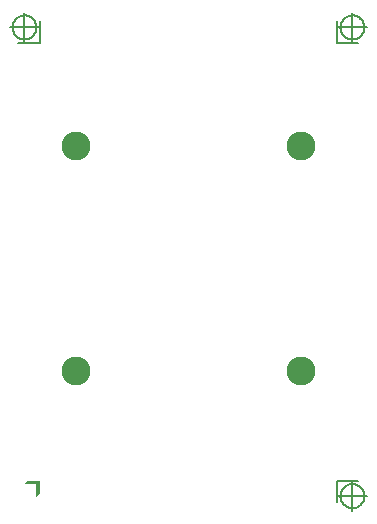
<source format=gbr>
G04 AutoGERB for AutoCAD 14/2000*
G04 RS274-X Output *
%FSLAX34Y34*%
%MOIN*%
%ADD12C,0.005000*%
%ADD13C,0.007000*%
%ADD14C,0.006667*%
%ADD15C,0.006250*%
%ADD16C,0.030000*%
%ADD17C,0.012488*%
%ADD18C,0.013000*%
%ADD19C,0.020000*%
%ADD20C,0.096000*%
G54D14*X10416Y-111D02*X10388Y-112D01*X10360Y-115*X10333Y-119*X10307Y-125*X10280Y-135*X10253Y-145*X10229Y-157*X10205Y-171*X10181Y-187*X10160Y-204*X10139Y-223*X10120Y-243*X10101Y-263*X10085Y-285*X10071Y-309*X10057Y-333*X10045Y-359*X10036Y-385*X10028Y-412*X10023Y-439*X10019Y-467*X10016Y-495*G54D14*X10016Y-511D02*X10017Y-539D01*X10020Y-565*X10025Y-593*X10032Y-620*X10040Y-647*X10051Y-673*X10063Y-697*X10076Y-721*X10092Y-745*X10109Y-767*X10128Y-788*X10148Y-807*X10169Y-825*X10192Y-841*X10215Y-856*X10240Y-869*X10265Y-881*X10291Y-891*X10317Y-899*X10345Y-904*X10372Y-908*X10400Y-911*G54D14*X9900Y0D02*X10616Y0D01*G54D14*X10416Y-511D02*X9933Y-511D01*G54D14*X9900Y0D02*X9900Y-716D01*G54D14*X10416Y-911D02*X10444Y-909D01*X10472Y-907*X10499Y-901*X10527Y-895*X10552Y-887*X10579Y-876*X10604Y-864*X10628Y-851*X10651Y-835*X10672Y-817*X10693Y-799*X10712Y-779*X10731Y-757*X10747Y-735*X10761Y-712*X10775Y-687*X10787Y-661*X10796Y-636*X10804Y-609*X10809Y-581*X10813Y-555*X10816Y-527*G54D14*X10416Y-511D02*X10416Y-993D01*G54D14*X10816Y-511D02*X10815Y-483D01*X10812Y-455*X10808Y-428*X10801Y-400*X10792Y-375*X10781Y-348*X10769Y-323*X10756Y-299*X10740Y-276*X10723Y-253*X10704Y-233*X10684Y-213*X10663Y-196*X10641Y-180*X10617Y-165*X10592Y-152*X10567Y-140*X10541Y-131*X10515Y-123*X10487Y-117*X10460Y-113*X10432Y-111*G54D14*X10416Y-511D02*X10899Y-511D01*G54D14*X10416Y-511D02*X10416Y-28D01*G36*X-416Y0D02*X-528Y-120D01*X-120Y-120*X-120Y-528*X0Y-416*X0Y0*X-416Y0*G37*G54D14*X-516Y15511D02*X-544Y15509D01*X-572Y15507*X-599Y15501*X-627Y15495*X-652Y15487*X-679Y15476*X-704Y15464*X-728Y15451*X-751Y15435*X-772Y15417*X-793Y15399*X-812Y15379*X-831Y15357*X-847Y15335*X-861Y15312*X-875Y15287*X-887Y15261*X-896Y15236*X-904Y15209*X-909Y15181*X-913Y15155*X-916Y15127*G54D14*X-916Y15111D02*X-915Y15083D01*X-912Y15055*X-908Y15028*X-901Y15000*X-892Y14975*X-881Y14948*X-869Y14923*X-856Y14899*X-840Y14876*X-823Y14853*X-804Y14833*X-784Y14813*X-763Y14796*X-741Y14780*X-717Y14765*X-692Y14752*X-667Y14740*X-641Y14731*X-615Y14723*X-587Y14717*X-560Y
14713*X-532Y14711*G54D14*X-516Y15111D02*X-999Y15111D01*G54D14*X-516Y14711D02*X-488Y14712D01*X-460Y14715*X-433Y14719*X-407Y14725*X-380Y14735*X-353Y14745*X-329Y14757*X-305Y14771*X-281Y14787*X-260Y14804*X-239Y14823*X-220Y14843*X-201Y14863*X-185Y14885*X-171Y14909*X-157Y14933*X-145Y14959*X-136Y14985*X-128Y15012*X-123Y15039*X-119Y15067*X-116Y15095*G54D14*X-516Y15111D02*X-516Y14628D01*G54D14*X0Y14600D02*X0Y15316D01*G54D14*X0Y14600D02*X-716Y14600D01*G54D14*X-116Y15111D02*X-117Y15139D01*X-120Y15165*X-125Y15193*X-132Y15220*X-140Y15247*X-151Y15273*X-163Y15297*X-176Y15321*X-192Y15345*X-209Y15367*X-228Y15388*X-248Y15407*X-269Y15425*X-292Y15441*X-315Y15456*X-340Y15469*X-365Y15481*X-391Y15491*X-417Y15499*X-445Y15504*X-472Y15508*X-500Y15511*G54D14*X-516Y15111D02*X-33Y15111D01*G54D14*X-516Y15111D02*X-516Y15593D01*G54D14*X10816Y15111D02*X10815Y15139D01*X10812Y15165*X10808Y15193*X10801Y15220*X10792Y15247*X10781Y15273*X10769Y15297*X10756Y15321*X10740Y15345*X10723Y15367*X10704Y15388*X10684Y15407*X10663Y15425*X10641Y15441*X10617Y15456*X10592Y15469*X10567Y15481*X10541Y15491*X10515Y15499*X10487Y15504*X10460Y15508*X10432Y15511*G54D14*X10416Y14711D02*X10444Y14712D01*X10472Y14715*X10499Y14719*X10527Y14725*X10552Y14735*X10579Y14745*X10604Y14757*X10628Y14771*X10651Y14787*X10672Y14804*X10693Y14823*X10712Y14843*X10731Y14863*X10747Y14885*X10761Y14909*X10775Y14933*X10787Y14959*X10796Y14985*X10804Y15012*X10809Y15039*X10813Y15067*X10816Y15095*G54D14*X10416Y15111D02*X10899Y15111D01*G54D14*X10016Y15111D02*X10017Y15083D01*X10020Y15055*X10025Y15028*X10032Y15000*X10040Y14975*X10051Y14948*X10063Y14923*X10076Y14899*X10092Y14876*X10109Y14853*X10128Y14833*X10148Y14813*X10169Y14796*X10192Y14780*X10215Y14765*X10240Y14752*X10265Y14740*X10291Y14731*X10317Y14723*X10345Y14717*X10372Y14713*X10400Y14711*G54D14*X10416Y15111D02*X10416Y14628D01*G54D14*X9900Y14600D02*X9900Y15316D01*G54D14*X9900Y14600D02*X10616Y14600D01*G54D14*X10416Y15511D02*X10388Y15509D01*X10360Y15507*X10333Y15501*X10307Y15495*X10280Y15487*X10253Y15476
*X10229Y15464*X10205Y15451*X10181Y15435*X10160Y15417*X10139Y15399*X10120Y15379*X10101Y15357*X10085Y15335*X10071Y15312*X10057Y15287*X10045Y15261*X10036Y15236*X10028Y15209*X10023Y15181*X10019Y15155*X10016Y15127*G54D14*X10416Y15111D02*X9933Y15111D01*G54D14*X10416Y15111D02*X10416Y15593D01*G54D20*X1200Y3650D03*G54D20*X1200Y11150D03*G54D20*X8700Y3650D03*G54D20*X8700Y11150D03*M02*

	THIS DOCUMENT AND ITS CONTENTS ARE OWNED BY, AND ARE
THE CONFIDENTIAL AND PROPRIETARY INFORMATION OF, MINI-CIRCUITS
("CONFIDENTIAL INFORMATION") AND MINI-CIRCUITS RESERVES ALL
DESIGN, USE, MANUFACTURING AND REPRODUCTION RIGHTS THERETO.
UNLESS OTHERWISE EXPRESSLY AGREED TO IN WRITING BY MINI-
CIRCUITS, THE CONFIDENTIAL INFROMATION WILL: (i) BE USED BY MINI-
CIRCUITS' VENDORS, VENDEES, OR THE UNITED STATES GOVERNMENT
("RECEIVING PARTY") SOLELY TO PROMOTE THE COMMERCIAL
RELATIONSHIP BETWEEN RECEIVING PARTY AND MINI-CIRCUITS
("PURPOSE") AND THEN ONLY TO THE EXTENT SPECIFIED BY MINI-
CIRCUITS; (ii) NOT BE USED FOR ANY OTHER PURPOSE AND NOT BE USED
IN ANY WAY DETRIMENTAL TO MINI-CIRCUITS OR TO COMPETE AGAINST
MINI-CIRCUITS; AND (iii) BE KEPT CONFIDENTIAL BY THE RECEIVING PARTY
AND RECEIVING PARTY AGREES NOT TO DISCLOSE THE CONFIDENTIAL
INFORMATION TO ANY THIRD PARTY.

</source>
